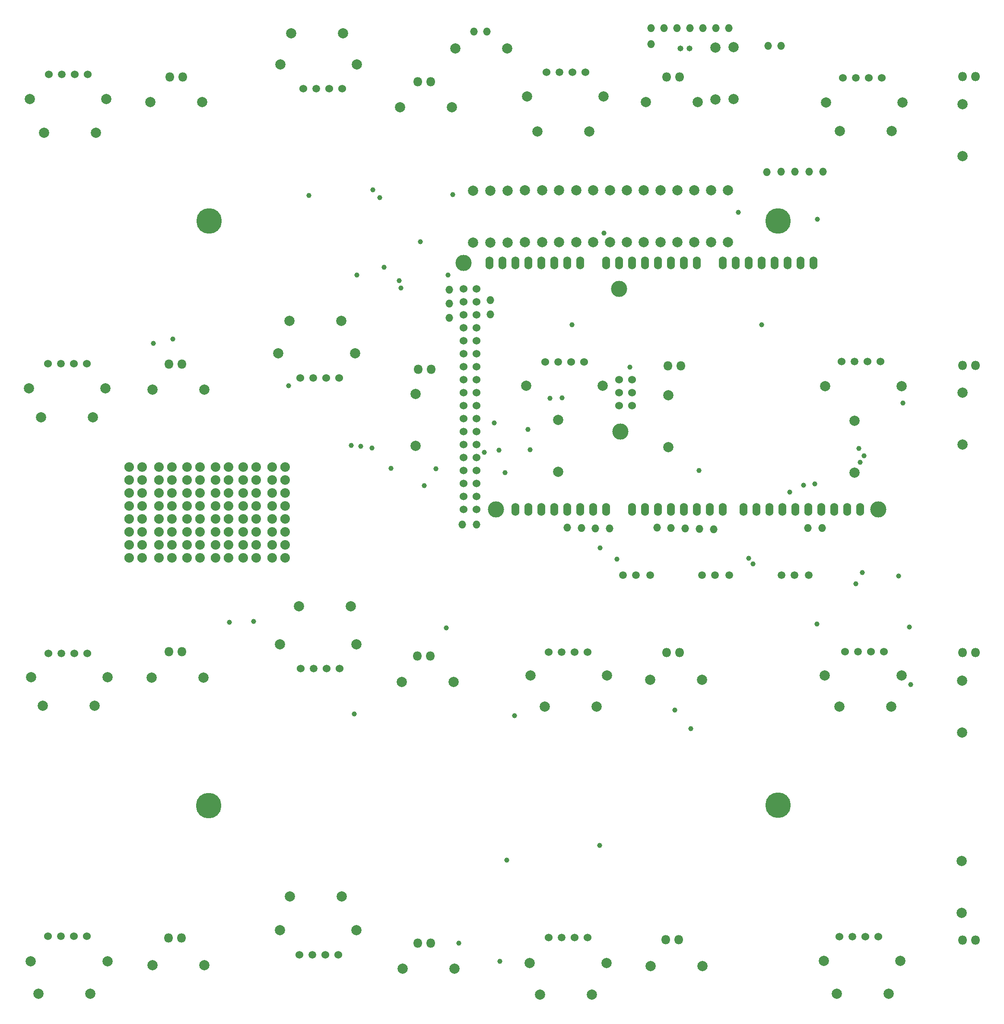
<source format=gbs>
G04 #@! TF.FileFunction,Soldermask,Bot*
%FSLAX46Y46*%
G04 Gerber Fmt 4.6, Leading zero omitted, Abs format (unit mm)*
G04 Created by KiCad (PCBNEW 0.201502231246+5447~21~ubuntu14.04.1-product) date Sat 28 Mar 2015 12:02:36 AEDT*
%MOMM*%
G01*
G04 APERTURE LIST*
%ADD10C,0.100000*%
%ADD11C,5.000000*%
%ADD12O,1.524000X1.524000*%
%ADD13C,1.524000*%
%ADD14C,1.520000*%
%ADD15C,1.998980*%
%ADD16O,1.524000X2.540000*%
%ADD17C,3.175000*%
%ADD18O,1.168400X1.168400*%
%ADD19O,1.879600X1.879600*%
%ADD20O,1.800000X1.800000*%
%ADD21C,1.000000*%
G04 APERTURE END LIST*
D10*
D11*
X190805000Y4978400D03*
D12*
X181102000Y42773600D03*
X178562000Y42773600D03*
X176022000Y42773600D03*
X173482000Y42773600D03*
X170942000Y42773600D03*
X168402000Y42773600D03*
X165862000Y42773600D03*
X199619000Y14681200D03*
X126390000Y-11150600D03*
X134366000Y-10515600D03*
X126390000Y-13919200D03*
X134417000Y-13258800D03*
X196647000Y-55092600D03*
X178130000Y-55321200D03*
X175336000Y-55245000D03*
X172593000Y-55143400D03*
X169824000Y-55092600D03*
X167107000Y-55016400D03*
X157734000Y-55168800D03*
X154991000Y-55143400D03*
X152222000Y-55067200D03*
X149479000Y-55016400D03*
X131674000Y-54381400D03*
X128905000Y-54457600D03*
X165862000Y39649400D03*
D13*
X47828200Y33731200D03*
D14*
X50368200Y33731200D03*
D13*
X52908200Y33731200D03*
X55448200Y33731200D03*
X97739000Y30886400D03*
D14*
X100279000Y30886400D03*
D13*
X102819000Y30886400D03*
X105359000Y30886400D03*
X145440000Y34137600D03*
D14*
X147980000Y34137600D03*
D13*
X150520000Y34137600D03*
X153060000Y34137600D03*
X203454000Y33045400D03*
D14*
X205994000Y33045400D03*
D13*
X208534000Y33045400D03*
X211074000Y33045400D03*
X47701200Y-22936200D03*
D14*
X50241200Y-22936200D03*
D13*
X52781200Y-22936200D03*
X55321200Y-22936200D03*
X97155000Y-25755600D03*
D14*
X99695000Y-25755600D03*
D13*
X102235000Y-25755600D03*
X104775000Y-25755600D03*
X145136000Y-22606000D03*
D14*
X147676000Y-22606000D03*
D13*
X150216000Y-22606000D03*
X152756000Y-22606000D03*
X203200000Y-22504400D03*
D14*
X205740000Y-22504400D03*
D13*
X208280000Y-22504400D03*
X210820000Y-22504400D03*
X47802800Y-79654400D03*
D14*
X50342800Y-79654400D03*
D13*
X52882800Y-79654400D03*
X55422800Y-79654400D03*
X97205800Y-82600800D03*
D14*
X99745800Y-82600800D03*
D13*
X102285800Y-82600800D03*
X104825800Y-82600800D03*
X145796000Y-79375000D03*
D14*
X148336000Y-79375000D03*
D13*
X150876000Y-79375000D03*
X153416000Y-79375000D03*
X203886000Y-79298800D03*
D14*
X206426000Y-79298800D03*
D13*
X208966000Y-79298800D03*
X211506000Y-79298800D03*
X47701200Y-135052000D03*
D14*
X50241200Y-135052000D03*
D13*
X52781200Y-135052000D03*
X55321200Y-135052000D03*
X96977200Y-138684000D03*
D14*
X99517200Y-138684000D03*
D13*
X102057200Y-138684000D03*
X104597200Y-138684000D03*
X145847000Y-135306000D03*
D14*
X148387000Y-135306000D03*
D13*
X150927000Y-135306000D03*
X153467000Y-135306000D03*
X202819000Y-135128000D03*
D14*
X205359000Y-135128000D03*
D13*
X207899000Y-135128000D03*
X210439000Y-135128000D03*
D14*
X191490400Y-64338200D03*
X194030400Y-64363600D03*
X196824400Y-64363600D03*
X175844400Y-64338200D03*
X178384400Y-64363600D03*
X181178400Y-64363600D03*
X160401400Y-64338200D03*
X162941400Y-64363600D03*
X165735400Y-64363600D03*
D15*
X202311000Y-146304000D03*
X212471000Y-146304000D03*
X57099200Y22301200D03*
X46939200Y22301200D03*
X105537000Y41732200D03*
X95377000Y41732200D03*
X143662000Y22529800D03*
X153822000Y22529800D03*
X202870000Y22656800D03*
X213030000Y22656800D03*
X56464200Y-33426400D03*
X46304200Y-33426400D03*
X105156000Y-14528800D03*
X94996000Y-14528800D03*
X147701000Y-44094400D03*
X147701000Y-33934400D03*
X205740000Y-44221400D03*
X205740000Y-34061400D03*
X56845200Y-89890600D03*
X46685200Y-89890600D03*
X107061000Y-70459600D03*
X96901000Y-70459600D03*
X145034000Y-90043000D03*
X155194000Y-90043000D03*
X202768000Y-90043000D03*
X212928000Y-90043000D03*
X95072000Y-127254000D03*
X105232000Y-127254000D03*
X45872400Y-146253000D03*
X56032400Y-146253000D03*
X154254000Y-146431000D03*
X144094000Y-146431000D03*
X137668000Y38785800D03*
X127508000Y38785800D03*
X77927200Y28270200D03*
X67767200Y28270200D03*
X126898000Y27254200D03*
X116738000Y27254200D03*
X164846000Y28270200D03*
X175006000Y28270200D03*
X226924000Y17703800D03*
X226924000Y27863800D03*
X78308200Y-28016200D03*
X68148200Y-28016200D03*
X119761000Y-38989000D03*
X119761000Y-28829000D03*
X169291000Y-39268400D03*
X169291000Y-29108400D03*
X226924000Y-38760400D03*
X226924000Y-28600400D03*
X78181200Y-84378800D03*
X68021200Y-84378800D03*
X127229000Y-85267800D03*
X117069000Y-85267800D03*
X165735000Y-84836000D03*
X175895000Y-84836000D03*
X226873000Y-95148400D03*
X226873000Y-84988400D03*
X78308200Y-140716000D03*
X68148200Y-140716000D03*
X127406000Y-141351000D03*
X117246000Y-141351000D03*
X165786000Y-140818000D03*
X175946000Y-140818000D03*
X226797000Y-120269000D03*
X226797000Y-130429000D03*
X177648000Y10998200D03*
X177648000Y838200D03*
X171069000Y10998200D03*
X171069000Y838200D03*
X164490000Y10998200D03*
X164490000Y838200D03*
X157861000Y10998200D03*
X157861000Y838200D03*
X151232000Y10998200D03*
X151232000Y838200D03*
X144526000Y10998200D03*
X144526000Y838200D03*
X137820000Y10922000D03*
X137820000Y762000D03*
X131039000Y10947400D03*
X131039000Y787400D03*
X174346000Y10998200D03*
X174346000Y838200D03*
X180950000Y10998200D03*
X180950000Y838200D03*
X167767000Y10998200D03*
X167767000Y838200D03*
X161163000Y10998200D03*
X161163000Y838200D03*
X154584000Y10998200D03*
X154584000Y838200D03*
X147879000Y10998200D03*
X147879000Y838200D03*
X141173000Y10998200D03*
X141173000Y838200D03*
X134391000Y10922000D03*
X134391000Y762000D03*
X178537000Y38963600D03*
X178537000Y28803600D03*
D16*
X157074000Y-51485800D03*
X154534000Y-51485800D03*
X151994000Y-51485800D03*
X149454000Y-51485800D03*
X146914000Y-51485800D03*
X144374000Y-51485800D03*
X141834000Y-51485800D03*
X139294000Y-51485800D03*
X134214000Y-3225800D03*
X136754000Y-3225800D03*
X139294000Y-3225800D03*
X141834000Y-3225800D03*
X151994000Y-3225800D03*
X157074000Y-3225800D03*
X159614000Y-3225800D03*
X149454000Y-3225800D03*
X146914000Y-3225800D03*
X144374000Y-3225800D03*
X162154000Y-3225800D03*
X164694000Y-3225800D03*
X167234000Y-3225800D03*
X174854000Y-3225800D03*
X172314000Y-3225800D03*
X169774000Y-3225800D03*
X179934000Y-3225800D03*
X182474000Y-3225800D03*
X185014000Y-3225800D03*
X190094000Y-3225800D03*
X192634000Y-3225800D03*
X162154000Y-51485800D03*
X164694000Y-51485800D03*
X167234000Y-51485800D03*
X169774000Y-51485800D03*
X172314000Y-51485800D03*
X174854000Y-51485800D03*
X177394000Y-51485800D03*
X179934000Y-51485800D03*
X183998000Y-51485800D03*
X186538000Y-51485800D03*
X189078000Y-51485800D03*
X191618000Y-51485800D03*
X194158000Y-51485800D03*
X196698000Y-51485800D03*
X199238000Y-51485800D03*
X201778000Y-51485800D03*
X187554000Y-3225800D03*
D17*
X129134000Y-3225800D03*
X135484000Y-51485800D03*
X210414000Y-51485800D03*
D13*
X131674000Y-48945800D03*
X129134000Y-48945800D03*
X131674000Y-46405800D03*
X129134000Y-46405800D03*
X131674000Y-43865800D03*
X129134000Y-43865800D03*
X131674000Y-41325800D03*
X129134000Y-41325800D03*
X131674000Y-51485800D03*
X129134000Y-51485800D03*
X129134000Y-38785800D03*
X131674000Y-38785800D03*
X131674000Y-36245800D03*
X129134000Y-36245800D03*
X131674000Y-33705800D03*
X129134000Y-33705800D03*
X131674000Y-31165800D03*
X129134000Y-31165800D03*
X131674000Y-28625800D03*
X129134000Y-28625800D03*
X131674000Y-26085800D03*
X129134000Y-26085800D03*
X131674000Y-23545800D03*
X129134000Y-23545800D03*
X131674000Y-21005800D03*
X129134000Y-21005800D03*
X131674000Y-18465800D03*
X129134000Y-18465800D03*
X131674000Y-15925800D03*
X129134000Y-15925800D03*
X131674000Y-13385800D03*
X129134000Y-13385800D03*
X131674000Y-10845800D03*
X129134000Y-10845800D03*
X131674000Y-8305800D03*
X129134000Y-8305800D03*
X162154000Y-31165800D03*
X159614000Y-31165800D03*
X162154000Y-28625800D03*
X159614000Y-28625800D03*
X162154000Y-26085800D03*
X159614000Y-26085800D03*
D17*
X159868000Y-36245800D03*
X159614000Y-8305800D03*
D16*
X195174000Y-3225800D03*
X197714000Y-3225800D03*
X204318000Y-51485800D03*
X206858000Y-51485800D03*
D12*
X131191000Y42087800D03*
X133731000Y42087800D03*
D15*
X44138200Y28905200D03*
X59138200Y28905200D03*
X93236000Y35687000D03*
X108236000Y35687000D03*
X141598000Y29438600D03*
X156598000Y29438600D03*
X200170000Y28244800D03*
X215170000Y28244800D03*
X43985800Y-27736800D03*
X58985800Y-27736800D03*
X92855000Y-20904200D03*
X107855000Y-20904200D03*
X141420000Y-27228800D03*
X156420000Y-27228800D03*
X199993000Y-27305000D03*
X214993000Y-27305000D03*
X44366800Y-84277200D03*
X59366800Y-84277200D03*
X93135000Y-77851000D03*
X108135000Y-77851000D03*
X142233000Y-83947000D03*
X157233000Y-83947000D03*
X199967000Y-83947000D03*
X214967000Y-83947000D03*
X44341400Y-139929000D03*
X59341400Y-139929000D03*
X93160000Y-133858000D03*
X108160000Y-133858000D03*
X142131000Y-140284000D03*
X157131000Y-140284000D03*
X199764000Y-139827000D03*
X214764000Y-139827000D03*
X182067000Y28854400D03*
X182067000Y39014400D03*
D12*
X196850000Y14681200D03*
X126340000Y-8407400D03*
X199415000Y-55092600D03*
X194081000Y14681200D03*
X191363000Y14655800D03*
X188595000Y14605000D03*
D18*
X173457000Y38811200D03*
X171679000Y38811200D03*
D11*
X79248000Y4978400D03*
X79222600Y-109423000D03*
X190779000Y-109347000D03*
D19*
X66192400Y-60934400D03*
X63652400Y-60934400D03*
X66192400Y-58394400D03*
X63652400Y-58394400D03*
X66192400Y-55854400D03*
X63652400Y-55854400D03*
X66192400Y-53314400D03*
X63652400Y-53314400D03*
X66192400Y-50774400D03*
X63652400Y-50774400D03*
X66192400Y-48234400D03*
X63652400Y-48234400D03*
X66192400Y-45694400D03*
X63652400Y-45694400D03*
X66192400Y-43154400D03*
X63652400Y-43154400D03*
X94157800Y-60934400D03*
X91617800Y-60934400D03*
X94157800Y-58394400D03*
X91617800Y-58394400D03*
X94157800Y-55854400D03*
X91617800Y-55854400D03*
X94157800Y-53314400D03*
X91617800Y-53314400D03*
X94157800Y-50774400D03*
X91617800Y-50774400D03*
X94157800Y-48234400D03*
X91617800Y-48234400D03*
X94157800Y-45694400D03*
X91617800Y-45694400D03*
X94157800Y-43154400D03*
X91617800Y-43154400D03*
X71983600Y-60909400D03*
X69443600Y-60909400D03*
X71983600Y-58369400D03*
X69443600Y-58369400D03*
X71983600Y-55829400D03*
X69443600Y-55829400D03*
X71983600Y-53289400D03*
X69443600Y-53289400D03*
X71983600Y-50749400D03*
X69443600Y-50749400D03*
X71983600Y-48209400D03*
X69443600Y-48209400D03*
X71983600Y-45669400D03*
X69443600Y-45669400D03*
X71983600Y-43129400D03*
X69443600Y-43129400D03*
X77520800Y-60909400D03*
X74980800Y-60909400D03*
X77520800Y-58369400D03*
X74980800Y-58369400D03*
X77520800Y-55829400D03*
X74980800Y-55829400D03*
X77520800Y-53289400D03*
X74980800Y-53289400D03*
X77520800Y-50749400D03*
X74980800Y-50749400D03*
X77520800Y-48209400D03*
X74980800Y-48209400D03*
X77520800Y-45669400D03*
X74980800Y-45669400D03*
X77520800Y-43129400D03*
X74980800Y-43129400D03*
X83058000Y-60960400D03*
X80518000Y-60960400D03*
X83058000Y-58420400D03*
X80518000Y-58420400D03*
X83058000Y-55880400D03*
X80518000Y-55880400D03*
X83058000Y-53340400D03*
X80518000Y-53340400D03*
X83058000Y-50800400D03*
X80518000Y-50800400D03*
X83058000Y-48260400D03*
X80518000Y-48260400D03*
X83058000Y-45720400D03*
X80518000Y-45720400D03*
X83058000Y-43180400D03*
X80518000Y-43180400D03*
X88519000Y-60934400D03*
X85979000Y-60934400D03*
X88519000Y-58394400D03*
X85979000Y-58394400D03*
X88519000Y-55854400D03*
X85979000Y-55854400D03*
X88519000Y-53314400D03*
X85979000Y-53314400D03*
X88519000Y-50774400D03*
X85979000Y-50774400D03*
X88519000Y-48234400D03*
X85979000Y-48234400D03*
X88519000Y-45694400D03*
X85979000Y-45694400D03*
X88519000Y-43154400D03*
X85979000Y-43154400D03*
D12*
X191389000Y39268400D03*
X188849000Y39268400D03*
D20*
X71577200Y33223200D03*
X74117200Y33223200D03*
X120167000Y32283400D03*
X122707000Y32283400D03*
X168935000Y33248600D03*
X171475000Y33248600D03*
X226949000Y33324800D03*
X229489000Y33324800D03*
X71399400Y-22987000D03*
X73939400Y-22987000D03*
X120269000Y-24028400D03*
X122809000Y-24028400D03*
X169164000Y-23342600D03*
X171704000Y-23342600D03*
X226949000Y-23291800D03*
X229489000Y-23291800D03*
X71399400Y-79298800D03*
X73939400Y-79298800D03*
X120091000Y-80187800D03*
X122631000Y-80187800D03*
X168910000Y-79502000D03*
X171450000Y-79502000D03*
X226898000Y-79451200D03*
X229438000Y-79451200D03*
X71323200Y-135382000D03*
X73863200Y-135382000D03*
X120167000Y-136373000D03*
X122707000Y-136373000D03*
X168808000Y-135661000D03*
X171348000Y-135661000D03*
X226898000Y-135763000D03*
X229438000Y-135763000D03*
D21*
X207267800Y-63818000D03*
X170580800Y-90731600D03*
X155832400Y-117227800D03*
X128235800Y-136390500D03*
X98820400Y10044700D03*
X108257000Y-5590700D03*
X126129700Y-5590700D03*
X116559400Y-6685000D03*
X126995200Y10182000D03*
X120681700Y922500D03*
X116860500Y-8085400D03*
X155928600Y-58981500D03*
X214416800Y-64508000D03*
X125731300Y-74650500D03*
X83256500Y-73553000D03*
X137252500Y-44265500D03*
X111212000Y-39435000D03*
X146112900Y-29713500D03*
X206581700Y-39550300D03*
X114930000Y-43430000D03*
X173665900Y-94414800D03*
X185044500Y-60997500D03*
X175329900Y-43863900D03*
X148461600Y-29639500D03*
X197983300Y-46438500D03*
X94895400Y-27225700D03*
X111353600Y11146400D03*
X107142900Y-38922900D03*
X112758300Y9618600D03*
X108971100Y-39068100D03*
X215287000Y-30647100D03*
X141774700Y-35776100D03*
X142217900Y-39805700D03*
X159211200Y-61190400D03*
X88036200Y-73399400D03*
X121459000Y-46798300D03*
X216545900Y-74504300D03*
X207645100Y-40921700D03*
X136104500Y-39857500D03*
X139119100Y-91871600D03*
X216787200Y-85752300D03*
X206859700Y-42222000D03*
X133204100Y-40315900D03*
X123735200Y-43526400D03*
X185885000Y-62137600D03*
X135189100Y-34554500D03*
X137590700Y-120090600D03*
X150394600Y-15265700D03*
X187554000Y-15265700D03*
X198509600Y5331500D03*
X193044900Y-48103400D03*
X156686700Y2638000D03*
X183026700Y6683000D03*
X68340000Y-18916500D03*
X161778400Y-23580000D03*
X72186200Y-18070000D03*
X113565900Y-4004300D03*
X206046400Y-66037800D03*
X198428800Y-73922100D03*
X107732700Y-91537700D03*
X136219100Y-139911000D03*
X195814900Y-46726500D03*
M02*

</source>
